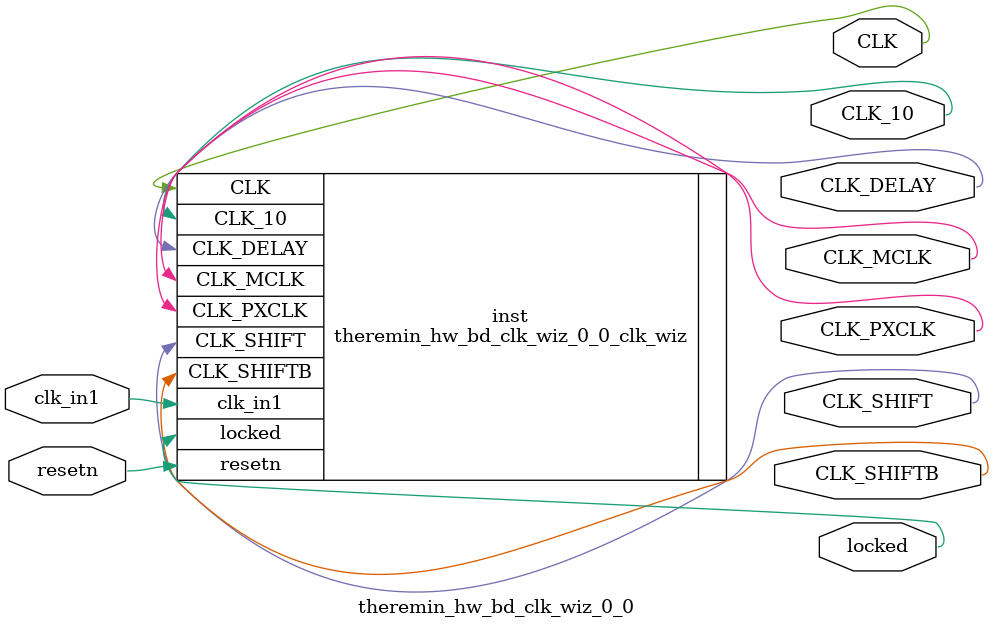
<source format=v>


`timescale 1ps/1ps

(* CORE_GENERATION_INFO = "theremin_hw_bd_clk_wiz_0_0,clk_wiz_v6_0_3_0_0,{component_name=theremin_hw_bd_clk_wiz_0_0,use_phase_alignment=true,use_min_o_jitter=false,use_max_i_jitter=false,use_dyn_phase_shift=false,use_inclk_switchover=false,use_dyn_reconfig=false,enable_axi=0,feedback_source=FDBK_AUTO,PRIMITIVE=MMCM,num_out_clk=7,clkin1_period=8.000,clkin2_period=10.000,use_power_down=false,use_reset=true,use_locked=true,use_inclk_stopped=false,feedback_type=SINGLE,CLOCK_MGR_TYPE=NA,manual_override=false}" *)

module theremin_hw_bd_clk_wiz_0_0 
 (
  // Clock out ports
  output        CLK_SHIFT,
  output        CLK_SHIFTB,
  output        CLK_DELAY,
  output        CLK,
  output        CLK_PXCLK,
  output        CLK_MCLK,
  output        CLK_10,
  // Status and control signals
  input         resetn,
  output        locked,
 // Clock in ports
  input         clk_in1
 );

  theremin_hw_bd_clk_wiz_0_0_clk_wiz inst
  (
  // Clock out ports  
  .CLK_SHIFT(CLK_SHIFT),
  .CLK_SHIFTB(CLK_SHIFTB),
  .CLK_DELAY(CLK_DELAY),
  .CLK(CLK),
  .CLK_PXCLK(CLK_PXCLK),
  .CLK_MCLK(CLK_MCLK),
  .CLK_10(CLK_10),
  // Status and control signals               
  .resetn(resetn), 
  .locked(locked),
 // Clock in ports
  .clk_in1(clk_in1)
  );

endmodule

</source>
